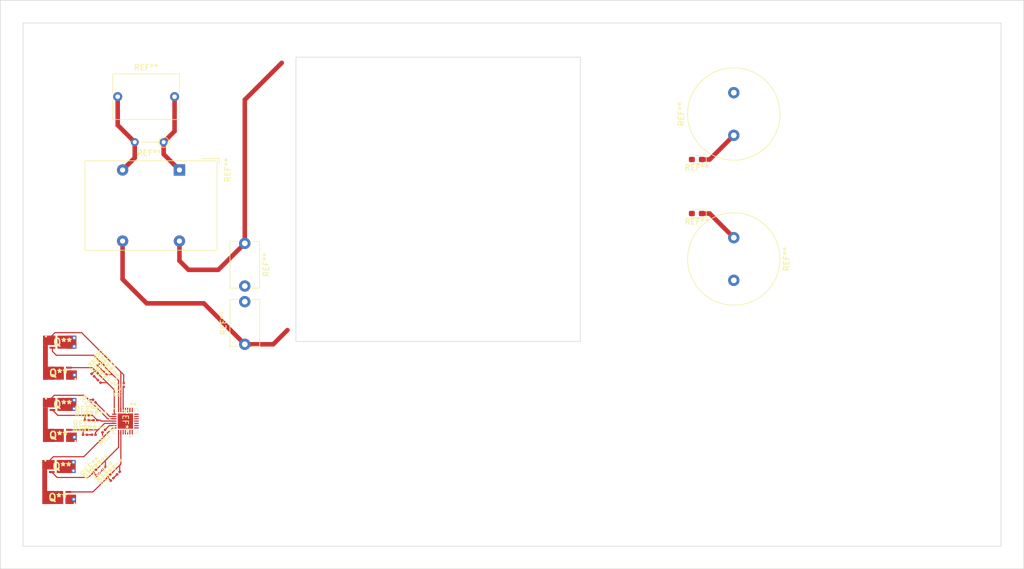
<source format=kicad_pcb>
(kicad_pcb (version 20221018) (generator pcbnew)
  (layers (0 "F.Cu" signal) (1 "In1.Cu" signal) (2 "In2.Cu" signal) (31 "B.Cu" signal) (34 "B.Paste" user) (35 "F.Paste" user) (36 "B.SilkS" user "B.Silkscreen") (37 "F.SilkS" user "F.Silkscreen") (38 "B.Mask" user) (39 "F.Mask" user) (44 "Edge.Cuts" user))
  (net 0 "")
  (footprint "Resistor_SMD:R_0201_0603Metric" (layer "F.Cu") (at 46.88 85.35 -45)
    (fp_text reference "REF**" (at 0 -1.05 135) (layer "F.SilkS"))
    (fp_text value "R_0201_0603Metric")
    (pad "1" smd roundrect (at -0.32 0 315) (size 0.46 0.4) (layers "F.Cu" "F.Mask"))
    (pad "2" smd roundrect (at 0.32 0 315) (size 0.46 0.4) (layers "F.Cu" "F.Mask"))
  )
  (footprint "BSZ060NE2LSATMA1:BSZ060NE2LSATMA1" (layer "F.Cu") (at 40.525 107.44)
    (fp_text reference "Q**" (at -0.388 0) (layer "F.SilkS") (effects (font (size 1.27 1.27) (thickness 0.254))))
    (fp_text value "BSZ060NE2LSATMA1" hide)
    (fp_line (start 2.5 1) (end 2.5 1) (stroke (width 0.2)) (layer "F.SilkS"))
    (fp_line (start 2.6 1) (end 2.6 1) (stroke (width 0.2)) (layer "F.SilkS"))
    (fp_line (start 2.6 1) (end 2.6 1) (stroke (width 0.2)) (layer "F.SilkS"))
    (fp_arc (start 2.5 1) (mid 2.55 0.95) (end 2.6 1) (stroke (width 0.2)) (layer "F.SilkS"))
    (fp_arc (start 2.5 1) (mid 2.55 0.95) (end 2.6 1) (stroke (width 0.2)) (layer "F.SilkS"))
    (fp_arc (start 2.6 1) (mid 2.55 1.05) (end 2.5 1) (stroke (width 0.2)) (layer "F.SilkS"))
    (pad "1" smd rect (at 1.675 0.975 90) (size 0.34 0.5) (layers "F.Cu" "F.Paste" "F.Mask"))
    (pad "2" smd rect (at 1.675 0.325 90) (size 0.34 0.5) (layers "F.Cu" "F.Paste" "F.Mask"))
    (pad "3" smd rect (at 1.675 -0.325 90) (size 0.34 0.5) (layers "F.Cu" "F.Paste" "F.Mask"))
    (pad "4" smd rect (at 1.425 -0.975 90) (size 0.34 1) (layers "F.Cu" "F.Paste" "F.Mask"))
    (pad "5" smd rect (at -1.575 -0.975 90) (size 0.34 0.8) (layers "F.Cu" "F.Paste" "F.Mask"))
    (pad "6" smd rect (at -1.575 -0.325 90) (size 0.34 0.8) (layers "F.Cu" "F.Paste" "F.Mask"))
    (pad "7" smd rect (at -1.575 0.325 90) (size 0.34 0.8) (layers "F.Cu" "F.Paste" "F.Mask"))
    (pad "8" smd rect (at -1.575 0.975 90) (size 0.34 0.8) (layers "F.Cu" "F.Paste" "F.Mask"))
    (pad "9" smd rect (at -0.32 0) (size 1.71 2.29) (layers "F.Cu" "F.Paste" "F.Mask"))
    (pad "10" smd rect (at 1.175 0.325) (size 0.5 1.64) (layers "F.Cu" "F.Paste" "F.Mask"))
  )
  (footprint "Diode_SMD:D_0201_0603Metric" (layer "F.Cu") (at 47.16 103.41 45)
    (fp_text reference "REF**" (at 0 -1.05 45) (layer "F.SilkS"))
    (fp_text value "D_0201_0603Metric")
    (fp_circle (center -0.86 0) (end -0.81 0) (stroke (width 0.1)) (fill none) (layer "F.SilkS"))
    (pad "1" smd roundrect (at -0.32 0 45) (size 0.46 0.4) (layers "F.Cu" "F.Mask"))
    (pad "2" smd roundrect (at 0.32 0 45) (size 0.46 0.4) (layers "F.Cu" "F.Mask"))
  )
  (footprint "Diode_SMD:D_0201_0603Metric" (layer "F.Cu") (at 49.67 104.25 45)
    (fp_text reference "REF**" (at 0 -1.05 45) (layer "F.SilkS"))
    (fp_text value "D_0201_0603Metric")
    (fp_circle (center -0.86 0) (end -0.81 0) (stroke (width 0.1)) (fill none) (layer "F.SilkS"))
    (pad "1" smd roundrect (at -0.32 0 45) (size 0.46 0.4) (layers "F.Cu" "F.Mask"))
    (pad "2" smd roundrect (at 0.32 0 45) (size 0.46 0.4) (layers "F.Cu" "F.Mask"))
  )
  (footprint "Resistor_SMD:R_0201_0603Metric" (layer "F.Cu") (at 44.8875 95.54)
    (fp_text reference "REF**" (at 0 -1.05) (layer "F.SilkS"))
    (fp_text value "R_0201_0603Metric")
    (pad "1" smd roundrect (at -0.32 0) (size 0.46 0.4) (layers "F.Cu" "F.Mask"))
    (pad "2" smd roundrect (at 0.32 0) (size 0.46 0.4) (layers "F.Cu" "F.Mask"))
  )
  (footprint "Capacitor_THT:C_Radial_D16.0mm_H25.0mm_P7.50mm" (layer "F.Cu") (at 159 61.75 -90)
    (fp_text reference "REF**" (at 3.75 -9.25 90) (layer "F.SilkS"))
    (fp_text value "C_Radial_D16.0mm_H25.0mm_P7.50mm")
    (fp_circle (center 3.75 0) (end 11.87 0) (stroke (width 0.12)) (fill none) (layer "F.SilkS"))
    (pad "1" thru_hole circle (at 0 0 270) (size 2 2) (drill 1) (layers "*.Cu" "*.Mask"))
    (pad "2" thru_hole circle (at 7.5 0 270) (size 2 2) (drill 1) (layers "*.Cu" "*.Mask"))
  )
  (footprint "Capacitor_SMD:C_0201_0603Metric" (layer "F.Cu") (at 51.7 87.65 90)
    (fp_text reference "REF**" (at 0 -1.05 90) (layer "F.SilkS"))
    (fp_text value "C_0201_0603Metric")
    (pad "1" smd roundrect (at -0.32 0 90) (size 0.46 0.4) (layers "F.Cu" "F.Mask"))
    (pad "2" smd roundrect (at 0.32 0 90) (size 0.46 0.4) (layers "F.Cu" "F.Mask"))
  )
  (footprint "BSZ060NE2LSATMA1:BSZ060NE2LSATMA1" (layer "F.Cu") (at 40.595 80.13 180)
    (fp_text reference "Q**" (at -0.388 0) (layer "F.SilkS") (effects (font (size 1.27 1.27) (thickness 0.254))))
    (fp_text value "BSZ060NE2LSATMA1" hide)
    (fp_line (start 2.5 1) (end 2.5 1) (stroke (width 0.2)) (layer "F.SilkS"))
    (fp_line (start 2.6 1) (end 2.6 1) (stroke (width 0.2)) (layer "F.SilkS"))
    (fp_line (start 2.6 1) (end 2.6 1) (stroke (width 0.2)) (layer "F.SilkS"))
    (fp_arc (start 2.5 1) (mid 2.55 0.95) (end 2.6 1) (stroke (width 0.2)) (layer "F.SilkS"))
    (fp_arc (start 2.5 1) (mid 2.55 0.95) (end 2.6 1) (stroke (width 0.2)) (layer "F.SilkS"))
    (fp_arc (start 2.6 1) (mid 2.55 1.05) (end 2.5 1) (stroke (width 0.2)) (layer "F.SilkS"))
    (pad "1" smd rect (at 1.675 0.975 270) (size 0.34 0.5) (layers "F.Cu" "F.Paste" "F.Mask"))
    (pad "2" smd rect (at 1.675 0.325 270) (size 0.34 0.5) (layers "F.Cu" "F.Paste" "F.Mask"))
    (pad "3" smd rect (at 1.675 -0.325 270) (size 0.34 0.5) (layers "F.Cu" "F.Paste" "F.Mask"))
    (pad "4" smd rect (at 1.425 -0.975 270) (size 0.34 1) (layers "F.Cu" "F.Paste" "F.Mask"))
    (pad "5" smd rect (at -1.575 -0.975 270) (size 0.34 0.8) (layers "F.Cu" "F.Paste" "F.Mask"))
    (pad "6" smd rect (at -1.575 -0.325 270) (size 0.34 0.8) (layers "F.Cu" "F.Paste" "F.Mask"))
    (pad "7" smd rect (at -1.575 0.325 270) (size 0.34 0.8) (layers "F.Cu" "F.Paste" "F.Mask"))
    (pad "8" smd rect (at -1.575 0.975 270) (size 0.34 0.8) (layers "F.Cu" "F.Paste" "F.Mask"))
    (pad "9" smd rect (at -0.32 0 180) (size 1.71 2.29) (layers "F.Cu" "F.Paste" "F.Mask"))
    (pad "10" smd rect (at 1.175 0.325 180) (size 0.5 1.64) (layers "F.Cu" "F.Paste" "F.Mask"))
  )
  (footprint "Diode_SMD:D_0201_0603Metric" (layer "F.Cu") (at 46.29 85.92 -45)
    (fp_text reference "REF**" (at 0 -1.05 135) (layer "F.SilkS"))
    (fp_text value "D_0201_0603Metric")
    (fp_circle (center -0.86 0) (end -0.81 0) (stroke (width 0.1)) (fill none) (layer "F.SilkS"))
    (pad "1" smd roundrect (at -0.32 0 315) (size 0.46 0.4) (layers "F.Cu" "F.Mask"))
    (pad "2" smd roundrect (at 0.32 0 315) (size 0.46 0.4) (layers "F.Cu" "F.Mask"))
  )
  (footprint "Resistor_SMD:R_0201_0603Metric" (layer "F.Cu") (at 50.77 103.15 45)
    (fp_text reference "REF**" (at 0 -1.05 45) (layer "F.SilkS"))
    (fp_text value "R_0201_0603Metric")
    (pad "1" smd roundrect (at -0.32 0 45) (size 0.46 0.4) (layers "F.Cu" "F.Mask"))
    (pad "2" smd roundrect (at 0.32 0 45) (size 0.46 0.4) (layers "F.Cu" "F.Mask"))
  )
  (footprint "Resistor_SMD:R_0201_0603Metric" (layer "F.Cu") (at 49.1 103.66 45)
    (fp_text reference "REF**" (at 0 -1.05 45) (layer "F.SilkS"))
    (fp_text value "R_0201_0603Metric")
    (pad "1" smd roundrect (at -0.32 0 45) (size 0.46 0.4) (layers "F.Cu" "F.Mask"))
    (pad "2" smd roundrect (at 0.32 0 45) (size 0.46 0.4) (layers "F.Cu" "F.Mask"))
  )
  (footprint "BSZ060NE2LSATMA1:BSZ060NE2LSATMA1" (layer "F.Cu") (at 40.645 85.58)
    (fp_text reference "Q**" (at -0.388 0) (layer "F.SilkS") (effects (font (size 1.27 1.27) (thickness 0.254))))
    (fp_text value "BSZ060NE2LSATMA1" hide)
    (fp_line (start 2.5 1) (end 2.5 1) (stroke (width 0.2)) (layer "F.SilkS"))
    (fp_line (start 2.6 1) (end 2.6 1) (stroke (width 0.2)) (layer "F.SilkS"))
    (fp_line (start 2.6 1) (end 2.6 1) (stroke (width 0.2)) (layer "F.SilkS"))
    (fp_arc (start 2.5 1) (mid 2.55 0.95) (end 2.6 1) (stroke (width 0.2)) (layer "F.SilkS"))
    (fp_arc (start 2.5 1) (mid 2.55 0.95) (end 2.6 1) (stroke (width 0.2)) (layer "F.SilkS"))
    (fp_arc (start 2.6 1) (mid 2.55 1.05) (end 2.5 1) (stroke (width 0.2)) (layer "F.SilkS"))
    (pad "1" smd rect (at 1.675 0.975 90) (size 0.34 0.5) (layers "F.Cu" "F.Paste" "F.Mask"))
    (pad "2" smd rect (at 1.675 0.325 90) (size 0.34 0.5) (layers "F.Cu" "F.Paste" "F.Mask"))
    (pad "3" smd rect (at 1.675 -0.325 90) (size 0.34 0.5) (layers "F.Cu" "F.Paste" "F.Mask"))
    (pad "4" smd rect (at 1.425 -0.975 90) (size 0.34 1) (layers "F.Cu" "F.Paste" "F.Mask"))
    (pad "5" smd rect (at -1.575 -0.975 90) (size 0.34 0.8) (layers "F.Cu" "F.Paste" "F.Mask"))
    (pad "6" smd rect (at -1.575 -0.325 90) (size 0.34 0.8) (layers "F.Cu" "F.Paste" "F.Mask"))
    (pad "7" smd rect (at -1.575 0.325 90) (size 0.34 0.8) (layers "F.Cu" "F.Paste" "F.Mask"))
    (pad "8" smd rect (at -1.575 0.975 90) (size 0.34 0.8) (layers "F.Cu" "F.Paste" "F.Mask"))
    (pad "9" smd rect (at -0.32 0) (size 1.71 2.29) (layers "F.Cu" "F.Paste" "F.Mask"))
    (pad "10" smd rect (at 1.175 0.325) (size 0.5 1.64) (layers "F.Cu" "F.Paste" "F.Mask"))
  )
  (footprint "Resistor_THT:R_Axial_DIN0204_L3.6mm_D1.6mm_P5.08mm_Vertical" (layer "F.Cu") (at 58.73 44.95 180)
    (fp_text reference "REF**" (at 2.54 -1.92) (layer "F.SilkS"))
    (fp_text value "R_Axial_DIN0204_L3.6mm_D1.6mm_P5.08mm_Vertical")
    (fp_line (start 0.92 0) (end 4.08 0) (stroke (width 0.12)) (layer "F.SilkS"))
    (fp_circle (center 0 0) (end 0.92 0) (stroke (width 0.12)) (fill none) (layer "F.SilkS"))
    (pad "1" thru_hole circle (at 0 0 180) (size 1.4 1.4) (drill 0.7) (layers "*.Cu" "*.Mask"))
    (pad "2" thru_hole oval (at 5.08 0 180) (size 1.4 1.4) (drill 0.7) (layers "*.Cu" "*.Mask"))
  )
  (footprint "Diode_SMD:D_0201_0603Metric" (layer "F.Cu") (at 44.8875 96.41)
    (fp_text reference "REF**" (at 0 -1.05) (layer "F.SilkS"))
    (fp_text value "D_0201_0603Metric")
    (fp_circle (center -0.86 0) (end -0.81 0) (stroke (width 0.1)) (fill none) (layer "F.SilkS"))
    (pad "1" smd roundrect (at -0.32 0) (size 0.46 0.4) (layers "F.Cu" "F.Mask"))
    (pad "2" smd roundrect (at 0.32 0) (size 0.46 0.4) (layers "F.Cu" "F.Mask"))
  )
  (footprint "Capacitor_SMD:C_0201_0603Metric" (layer "F.Cu") (at 48.2 95.76 -135)
    (fp_text reference "REF**" (at 0 -1.05 45) (layer "F.SilkS"))
    (fp_text value "C_0201_0603Metric")
    (pad "1" smd roundrect (at -0.32 0 225) (size 0.46 0.4) (layers "F.Cu" "F.Mask"))
    (pad "2" smd roundrect (at 0.32 0 225) (size 0.46 0.4) (layers "F.Cu" "F.Mask"))
  )
  (footprint "Resistor_SMD:R_0201_0603Metric" (layer "F.Cu") (at 46.59 102.82 45)
    (fp_text reference "REF**" (at 0 -1.05 45) (layer "F.SilkS"))
    (fp_text value "R_0201_0603Metric")
    (pad "1" smd roundrect (at -0.32 0 45) (size 0.46 0.4) (layers "F.Cu" "F.Mask"))
    (pad "2" smd roundrect (at 0.32 0 45) (size 0.46 0.4) (layers "F.Cu" "F.Mask"))
  )
  (footprint "Resistor_SMD:R_0201_0603Metric" (layer "F.Cu") (at 45.2 92.99)
    (fp_text reference "REF**" (at 0 -1.05) (layer "F.SilkS"))
    (fp_text value "R_0201_0603Metric")
    (pad "1" smd roundrect (at -0.32 0) (size 0.46 0.4) (layers "F.Cu" "F.Mask"))
    (pad "2" smd roundrect (at 0.32 0) (size 0.46 0.4) (layers "F.Cu" "F.Mask"))
  )
  (footprint "Capacitor_THT:C_Disc_D8.0mm_W5.0mm_P7.50mm" (layer "F.Cu") (at 73 62.75 -90)
    (fp_text reference "REF**" (at 3.75 -3.75 90) (layer "F.SilkS"))
    (fp_text value "C_Disc_D8.0mm_W5.0mm_P7.50mm")
    (fp_line (start -0.37 -2.62) (end -0.37 -1.256) (stroke (width 0.12)) (layer "F.SilkS"))
    (fp_line (start -0.37 -2.62) (end 7.87 -2.62) (stroke (width 0.12)) (layer "F.SilkS"))
    (fp_line (start -0.37 1.256) (end -0.37 2.62) (stroke (width 0.12)) (layer "F.SilkS"))
    (fp_line (start -0.37 2.62) (end 7.87 2.62) (stroke (width 0.12)) (layer "F.SilkS"))
    (fp_line (start 7.87 -2.62) (end 7.87 -1.256) (stroke (width 0.12)) (layer "F.SilkS"))
    (fp_line (start 7.87 1.256) (end 7.87 2.62) (stroke (width 0.12)) (layer "F.SilkS"))
    (pad "1" thru_hole circle (at 0 0 270) (size 2 2) (drill 1) (layers "*.Cu" "*.Mask"))
    (pad "2" thru_hole circle (at 7.5 0 270) (size 2 2) (drill 1) (layers "*.Cu" "*.Mask"))
  )
  (footprint "Capacitor_SMD:C_0201_0603Metric" (layer "F.Cu") (at 46.52 90.48 135)
    (fp_text reference "REF**" (at 0 -1.05 135) (layer "F.SilkS"))
    (fp_text value "C_0201_0603Metric")
    (pad "1" smd roundrect (at -0.32 0 135) (size 0.46 0.4) (layers "F.Cu" "F.Mask"))
    (pad "2" smd roundrect (at 0.32 0 135) (size 0.46 0.4) (layers "F.Cu" "F.Mask"))
  )
  (footprint "Capacitor_THT:C_Rect_L11.5mm_W7.8mm_P10.00mm_MKT" (layer "F.Cu") (at 50.65 36.95)
    (fp_text reference "REF**" (at 5 -5.15) (layer "F.SilkS"))
    (fp_text value "C_Rect_L11.5mm_W7.8mm_P10.00mm_MKT")
    (fp_line (start -0.87 -4.02) (end -0.87 -0.665) (stroke (width 0.12)) (layer "F.SilkS"))
    (fp_line (start -0.87 -4.02) (end 10.87 -4.02) (stroke (width 0.12)) (layer "F.SilkS"))
    (fp_line (start -0.87 0.665) (end -0.87 4.02) (stroke (width 0.12)) (layer "F.SilkS"))
    (fp_line (start -0.87 4.02) (end 10.87 4.02) (stroke (width 0.12)) (layer "F.SilkS"))
    (fp_line (start 10.87 -4.02) (end 10.87 -0.665) (stroke (width 0.12)) (layer "F.SilkS"))
    (fp_line (start 10.87 0.665) (end 10.87 4.02) (stroke (width 0.12)) (layer "F.SilkS"))
    (pad "1" thru_hole circle (at 0 0) (size 1.6 1.6) (drill 0.8) (layers "*.Cu" "*.Mask"))
    (pad "2" thru_hole circle (at 10 0) (size 1.6 1.6) (drill 0.8) (layers "*.Cu" "*.Mask"))
  )
  (footprint "Inductor_THT:Choke_Schaffner_RN216-04-15.5x23.0mm" (layer "F.Cu") (at 61.5075 49.8425 -90)
    (fp_text reference "REF**" (at 0 -8.5 90) (layer "F.SilkS"))
    (fp_text value "Choke_Schaffner_RN216-04-15.5x23.0mm")
    (fp_line (start -2 -7) (end -2 -4) (stroke (width 0.12)) (layer "F.SilkS"))
    (fp_line (start -2 -7) (end -1 -7) (stroke (width 0.12)) (layer "F.SilkS"))
    (fp_line (start -1.62 -6.62) (end 14.12 -6.62) (stroke (width 0.12)) (layer "F.SilkS"))
    (fp_line (start -1.62 16.62) (end -1.62 -6.62) (stroke (width 0.12)) (layer "F.SilkS"))
    (fp_line (start 14.12 -6.62) (end 14.12 16.62) (stroke (width 0.12)) (layer "F.SilkS"))
    (fp_line (start 14.12 16.62) (end -1.62 16.62) (stroke (width 0.12)) (layer "F.SilkS"))
    (pad "1" thru_hole rect (at 0 0 270) (size 2 2) (drill 0.9) (layers "*.Cu" "*.Mask"))
    (pad "2" thru_hole circle (at 12.5 0 270) (size 2 2) (drill 0.9) (layers "*.Cu" "*.Mask"))
    (pad "3" thru_hole circle (at 0 10 270) (size 2 2) (drill 0.9) (layers "*.Cu" "*.Mask"))
    (pad "4" thru_hole circle (at 12.5 10 270) (size 2 2) (drill 0.9) (layers "*.Cu" "*.Mask"))
  )
  (footprint "Capacitor_THT:C_Radial_D16.0mm_H25.0mm_P7.50mm" (layer "F.Cu") (at 159 43.75 90)
    (fp_text reference "REF**" (at 3.75 -9.25 90) (layer "F.SilkS"))
    (fp_text value "C_Radial_D16.0mm_H25.0mm_P7.50mm")
    (fp_circle (center 3.75 0) (end 11.87 0) (stroke (width 0.12)) (fill none) (layer "F.SilkS"))
    (pad "1" thru_hole circle (at 0 0 90) (size 2 2) (drill 1) (layers "*.Cu" "*.Mask"))
    (pad "2" thru_hole circle (at 7.5 0 90) (size 2 2) (drill 1) (layers "*.Cu" "*.Mask"))
  )
  (footprint "BSZ060NE2LSATMA1:BSZ060NE2LSATMA1" (layer "F.Cu") (at 40.645 96.52)
    (fp_text reference "Q**" (at -0.388 0) (layer "F.SilkS") (effects (font (size 1.27 1.27) (thickness 0.254))))
    (fp_text value "BSZ060NE2LSATMA1" hide)
    (fp_line (start 2.5 1) (end 2.5 1) (stroke (width 0.2)) (layer "F.SilkS"))
    (fp_line (start 2.6 1) (end 2.6 1) (stroke (width 0.2)) (layer "F.SilkS"))
    (fp_line (start 2.6 1) (end 2.6 1) (stroke (width 0.2)) (layer "F.SilkS"))
    (fp_arc (start 2.5 1) (mid 2.55 0.95) (end 2.6 1) (stroke (width 0.2)) (layer "F.SilkS"))
    (fp_arc (start 2.5 1) (mid 2.55 0.95) (end 2.6 1) (stroke (width 0.2)) (layer "F.SilkS"))
    (fp_arc (start 2.6 1) (mid 2.55 1.05) (end 2.5 1) (stroke (width 0.2)) (layer "F.SilkS"))
    (pad "1" smd rect (at 1.675 0.975 90) (size 0.34 0.5) (layers "F.Cu" "F.Paste" "F.Mask"))
    (pad "2" smd rect (at 1.675 0.325 90) (size 0.34 0.5) (layers "F.Cu" "F.Paste" "F.Mask"))
    (pad "3" smd rect (at 1.675 -0.325 90) (size 0.34 0.5) (layers "F.Cu" "F.Paste" "F.Mask"))
    (pad "4" smd rect (at 1.425 -0.975 90) (size 0.34 1) (layers "F.Cu" "F.Paste" "F.Mask"))
    (pad "5" smd rect (at -1.575 -0.975 90) (size 0.34 0.8) (layers "F.Cu" "F.Paste" "F.Mask"))
    (pad "6" smd rect (at -1.575 -0.325 90) (size 0.34 0.8) (layers "F.Cu" "F.Paste" "F.Mask"))
    (pad "7" smd rect (at -1.575 0.325 90) (size 0.34 0.8) (layers "F.Cu" "F.Paste" "F.Mask"))
    (pad "8" smd rect (at -1.575 0.975 90) (size 0.34 0.8) (layers "F.Cu" "F.Paste" "F.Mask"))
    (pad "9" smd rect (at -0.32 0) (size 1.71 2.29) (layers "F.Cu" "F.Paste" "F.Mask"))
    (pad "10" smd rect (at 1.175 0.325) (size 0.5 1.64) (layers "F.Cu" "F.Paste" "F.Mask"))
  )
  (footprint "BSZ060NE2LSATMA1:BSZ060NE2LSATMA1" (layer "F.Cu") (at 40.595 91.07 180)
    (fp_text reference "Q**" (at -0.388 0) (layer "F.SilkS") (effects (font (size 1.27 1.27) (thickness 0.254))))
    (fp_text value "BSZ060NE2LSATMA1" hide)
    (fp_line (start 2.5 1) (end 2.5 1) (stroke (width 0.2)) (layer "F.SilkS"))
    (fp_line (start 2.6 1) (end 2.6 1) (stroke (width 0.2)) (layer "F.SilkS"))
    (fp_line (start 2.6 1) (end 2.6 1) (stroke (width 0.2)) (layer "F.SilkS"))
    (fp_arc (start 2.5 1) (mid 2.55 0.95) (end 2.6 1) (stroke (width 0.2)) (layer "F.SilkS"))
    (fp_arc (start 2.5 1) (mid 2.55 0.95) (end 2.6 1) (stroke (width 0.2)) (layer "F.SilkS"))
    (fp_arc (start 2.6 1) (mid 2.55 1.05) (end 2.5 1) (stroke (width 0.2)) (layer "F.SilkS"))
    (pad "1" smd rect (at 1.675 0.975 270) (size 0.34 0.5) (layers "F.Cu" "F.Paste" "F.Mask"))
    (pad "2" smd rect (at 1.675 0.325 270) (size 0.34 0.5) (layers "F.Cu" "F.Paste" "F.Mask"))
    (pad "3" smd rect (at 1.675 -0.325 270) (size 0.34 0.5) (layers "F.Cu" "F.Paste" "F.Mask"))
    (pad "4" smd rect (at 1.425 -0.975 270) (size 0.34 1) (layers "F.Cu" "F.Paste" "F.Mask"))
    (pad "5" smd rect (at -1.575 -0.975 270) (size 0.34 0.8) (layers "F.Cu" "F.Paste" "F.Mask"))
    (pad "6" smd rect (at -1.575 -0.325 270) (size 0.34 0.8) (layers "F.Cu" "F.Paste" "F.Mask"))
    (pad "7" smd rect (at -1.575 0.325 270) (size 0.34 0.8) (layers "F.Cu" "F.Paste" "F.Mask"))
    (pad "8" smd rect (at -1.575 0.975 270) (size 0.34 0.8) (layers "F.Cu" "F.Paste" "F.Mask"))
    (pad "9" smd rect (at -0.32 0 180) (size 1.71 2.29) (layers "F.Cu" "F.Paste" "F.Mask"))
    (pad "10" smd rect (at 1.175 0.325 180) (size 0.5 1.64) (layers "F.Cu" "F.Paste" "F.Mask"))
  )
  (footprint "BSZ060NE2LSATMA1:BSZ060NE2LSATMA1" (layer "F.Cu") (at 40.475 101.99 180)
    (fp_text reference "Q**" (at -0.388 0) (layer "F.SilkS") (effects (font (size 1.27 1.27) (thickness 0.254))))
    (fp_text value "BSZ060NE2LSATMA1" hide)
    (fp_line (start 2.5 1) (end 2.5 1) (stroke (width 0.2)) (layer "F.SilkS"))
    (fp_line (start 2.6 1) (end 2.6 1) (stroke (width 0.2)) (layer "F.SilkS"))
    (fp_line (start 2.6 1) (end 2.6 1) (stroke (width 0.2)) (layer "F.SilkS"))
    (fp_arc (start 2.5 1) (mid 2.55 0.95) (end 2.6 1) (stroke (width 0.2)) (layer "F.SilkS"))
    (fp_arc (start 2.5 1) (mid 2.55 0.95) (end 2.6 1) (stroke (width 0.2)) (layer "F.SilkS"))
    (fp_arc (start 2.6 1) (mid 2.55 1.05) (end 2.5 1) (stroke (width 0.2)) (layer "F.SilkS"))
    (pad "1" smd rect (at 1.675 0.975 270) (size 0.34 0.5) (layers "F.Cu" "F.Paste" "F.Mask"))
    (pad "2" smd rect (at 1.675 0.325 270) (size 0.34 0.5) (layers "F.Cu" "F.Paste" "F.Mask"))
    (pad "3" smd rect (at 1.675 -0.325 270) (size 0.34 0.5) (layers "F.Cu" "F.Paste" "F.Mask"))
    (pad "4" smd rect (at 1.425 -0.975 270) (size 0.34 1) (layers "F.Cu" "F.Paste" "F.Mask"))
    (pad "5" smd rect (at -1.575 -0.975 270) (size 0.34 0.8) (layers "F.Cu" "F.Paste" "F.Mask"))
    (pad "6" smd rect (at -1.575 -0.325 270) (size 0.34 0.8) (layers "F.Cu" "F.Paste" "F.Mask"))
    (pad "7" smd rect (at -1.575 0.325 270) (size 0.34 0.8) (layers "F.Cu" "F.Paste" "F.Mask"))
    (pad "8" smd rect (at -1.575 0.975 270) (size 0.34 0.8) (layers "F.Cu" "F.Paste" "F.Mask"))
    (pad "9" smd rect (at -0.32 0 180) (size 1.71 2.29) (layers "F.Cu" "F.Paste" "F.Mask"))
    (pad "10" smd rect (at 1.175 0.325 180) (size 0.5 1.64) (layers "F.Cu" "F.Paste" "F.Mask"))
  )
  (footprint "Diode_SMD:D_0603_1608Metric_Pad1.05x0.95mm_HandSolder" (layer "F.Cu") (at 152.5 48 180)
    (fp_text reference "REF**" (at 0 -1.43) (layer "F.SilkS"))
    (fp_text value "D_0603_1608Metric_Pad1.05x0.95mm_HandSolder")
    (fp_line (start -1.66 -0.735) (end -1.66 0.735) (stroke (width 0.12)) (layer "F.SilkS"))
    (fp_line (start -1.66 0.735) (end 0.8 0.735) (stroke (width 0.12)) (layer "F.SilkS"))
    (fp_line (start 0.8 -0.735) (end -1.66 -0.735) (stroke (width 0.12)) (layer "F.SilkS"))
    (pad "1" smd roundrect (at -0.875 0 180) (size 1.05 0.95) (layers "F.Cu" "F.Paste" "F.Mask"))
    (pad "2" smd roundrect (at 0.875 0 180) (size 1.05 0.95) (layers "F.Cu" "F.Paste" "F.Mask"))
  )
  (footprint "Resistor_SMD:R_0201_0603Metric" (layer "F.Cu") (at 46.4275 96.4)
    (fp_text reference "REF**" (at 0 -1.05) (layer "F.SilkS"))
    (fp_text value "R_0201_0603Metric")
    (pad "1" smd roundrect (at -0.32 0) (size 0.46 0.4) (layers "F.Cu" "F.Mask"))
    (pad "2" smd roundrect (at 0.32 0) (size 0.46 0.4) (layers "F.Cu" "F.Mask"))
  )
  (footprint "Resistor_SMD:R_0201_0603Metric" (layer "F.Cu") (at 47.9 83.92 -45)
    (fp_text reference "REF**" (at 0 -1.05 135) (layer "F.SilkS"))
    (fp_text value "R_0201_0603Metric")
    (pad "1" smd roundrect (at -0.32 0 315) (size 0.46 0.4) (layers "F.Cu" "F.Mask"))
    (pad "2" smd roundrect (at 0.32 0 315) (size 0.46 0.4) (layers "F.Cu" "F.Mask"))
  )
  (footprint "Resistor_SMD:R_0201_0603Metric" (layer "F.Cu") (at 48.41 85.59 -45)
    (fp_text reference "REF**" (at 0 -1.05 135) (layer "F.SilkS"))
    (fp_text value "R_0201_0603Metric")
    (pad "1" smd roundrect (at -0.32 0 315) (size 0.46 0.4) (layers "F.Cu" "F.Mask"))
    (pad "2" smd roundrect (at 0.32 0 315) (size 0.46 0.4) (layers "F.Cu" "F.Mask"))
  )
  (footprint "Resistor_SMD:R_0201_0603Metric" (layer "F.Cu") (at 46.74 93.85)
    (fp_text reference "REF**" (at 0 -1.05) (layer "F.SilkS"))
    (fp_text value "R_0201_0603Metric")
    (pad "1" smd roundrect (at -0.32 0) (size 0.46 0.4) (layers "F.Cu" "F.Mask"))
    (pad "2" smd roundrect (at 0.32 0) (size 0.46 0.4) (layers "F.Cu" "F.Mask"))
  )
  (footprint "drv8328:RUY0028A_WQFN_TEX" (layer "F.Cu") (at 52 94 -90)
    (fp_text reference "REF**" (at 0 0 -90 unlocked) (layer "F.SilkS"))
    (fp_text value "RUY0028A_WQFN_TEX")
    (fp_text user "*" (at -2.984501 -1.4 -270) (layer "F.SilkS"))
    (fp_text user "*" (at -2.984501 -1.4 -90 unlocked) (layer "F.SilkS"))
    (fp_line (start -2.1717 -2.1717) (end -2.1717 -1.63434) (stroke (width 0.1524)) (layer "F.SilkS"))
    (fp_line (start -2.1717 1.63434) (end -2.1717 2.1717) (stroke (width 0.1524)) (layer "F.SilkS"))
    (fp_line (start -2.1717 2.1717) (end -1.63434 2.1717) (stroke (width 0.1524)) (layer "F.SilkS"))
    (fp_line (start -1.63434 -2.1717) (end -2.1717 -2.1717) (stroke (width 0.1524)) (layer "F.SilkS"))
    (fp_line (start 1.63434 2.1717) (end 2.1717 2.1717) (stroke (width 0.1524)) (layer "F.SilkS"))
    (fp_line (start 2.1717 -2.1717) (end 1.63434 -2.1717) (stroke (width 0.1524)) (layer "F.SilkS"))
    (fp_line (start 2.1717 -1.63434) (end 2.1717 -2.1717) (stroke (width 0.1524)) (layer "F.SilkS"))
    (fp_line (start 2.1717 2.1717) (end 2.1717 1.63434) (stroke (width 0.1524)) (layer "F.SilkS"))
    (fp_poly (pts (xy -0.590499 2.6035) (xy -0.590499 2.8575) (xy -0.209499 2.8575) (xy -0.209499 2.6035)) (fill solid) (layer "F.SilkS"))
    (fp_poly (pts (xy 2.8575 -0.990501) (xy 2.8575 -0.609501) (xy 2.6035 -0.609501) (xy 2.6035 -0.990501)) (fill solid) (layer "F.SilkS"))
    (pad "1" smd rect (at -1.9471 -1.2) (size 0.2032 0.8048) (layers "F.Cu" "F.Paste" "F.Mask"))
    (pad "2" smd rect (at -1.9471 -0.800001) (size 0.2032 0.8048) (layers "F.Cu" "F.Paste" "F.Mask"))
    (pad "3" smd rect (at -1.9471 -0.399999) (size 0.2032 0.8048) (layers "F.Cu" "F.Paste" "F.Mask"))
    (pad "4" smd rect (at -1.9471 0) (size 0.2032 0.8048) (layers "F.Cu" "F.Paste" "F.Mask"))
    (pad "5" smd rect (at -1.9471 0.399999) (size 0.2032 0.8048) (layers "F.Cu" "F.Paste" "F.Mask"))
    (pad "6" smd rect (at -1.9471 0.800001) (size 0.2032 0.8048) (layers "F.Cu" "F.Paste" "F.Mask"))
    (pad "7" smd rect (at -1.9471 1.2) (size 0.2032 0.8048) (layers "F.Cu" "F.Paste" "F.Mask"))
    (pad "8" smd rect (at -1.2 1.9471 270) (size 0.2032 0.8048) (layers "F.Cu" "F.Paste" "F.Mask"))
    (pad "9" smd rect (at -0.800001 1.9471 270) (size 0.2032 0.8048) (layers "F.Cu" "F.Paste" "F.Mask"))
    (pad "10" smd rect (at -0.399999 1.9471 270) (size 0.2032 0.8048) (layers "F.Cu" "F.Paste" "F.Mask"))
    (pad "11" smd rect (at 0 1.9471 270) (size 0.2032 0.8048) (layers "F.Cu" "F.Paste" "F.Mask"))
    (pad "12" smd rect (at 0.399999 1.9471 270) (size 0.2032 0.8048) (layers "F.Cu" "F.Paste" "F.Mask"))
    (pad "13" smd rect (at 0.800001 1.9471 270) (size 0.2032 0.8048) (layers "F.Cu" "F.Paste" "F.Mask"))
    (pad "14" smd rect (at 1.2 1.9471 270) (size 0.2032 0.8048) (layers "F.Cu" "F.Paste" "F.Mask"))
    (pad "15" smd rect (at 1.9471 1.2) (size 0.2032 0.8048) (layers "F.Cu" "F.Paste" "F.Mask"))
    (pad "16" smd rect (at 1.9471 0.800001) (size 0.2032 0.8048) (layers "F.Cu" "F.Paste" "F.Mask"))
    (pad "17" smd rect (at 1.9471 0.399999) (size 0.2032 0.8048) (layers "F.Cu" "F.Paste" "F.Mask"))
    (pad "18" smd rect (at 1.9471 0) (size 0.2032 0.8048) (layers "F.Cu" "F.Paste" "F.Mask"))
    (pad "19" smd rect (at 1.9471 -0.399999) (size 0.2032 0.8048) (layers "F.Cu" "F.Paste" "F.Mask"))
    (pad "20" smd rect (at 1.9471 -0.800001) (size 0.2032 0.8048) (layers "F.Cu" "F.Paste" "F.Mask"))
    (pad "21" smd rect (at 1.9471 -1.2) (size 0.2032 0.8048) (layers "F.Cu" "F.Paste" "F.Mask"))
    (pad "22" smd rect (at 1.2 -1.9471 270) (size 0.2032 0.8048) (layers "F.Cu" "F.Paste" "F.Mask"))
    (pad "23" smd rect (at 0.800001 -1.9471 270) (size 0.2032 0.8048) (layers "F.Cu" "F.Paste" "F.Mask"))
    (pad "24" smd rect (at 0.399999 -1.9471 270) (size 0.2032 0.8048) (layers "F.Cu" "F.Paste" "F.Mask"))
    (pad "25" smd rect (at 0 -1.9471 270) (size 0.2032 0.8048) (layers "F.Cu" "F.Paste" "F.Mask"))
    (pad "26" smd rect (at -0.399999 -1.9471 270) (size 0.2032 0.8048) (layers "F.Cu" "F.Paste" "F.Mask"))
    (pad "27" smd rect (at -0.800001 -1.9471 270) (size 0.2032 0.8048) (layers "F.Cu" "F.Paste" "F.Mask"))
    (pad "28" smd rect (at -1.2 -1.9471 270) (size 0.2032 0.8048) (layers "F.Cu" "F.Paste" "F.Mask"))
    (pad "29" smd rect (at 0 0 270) (size 2.6924 2.6924) (layers "F.Cu" "F.Mask"))
  )
  (footprint "Resistor_SMD:R_0201_0603Metric" (layer "F.Cu") (at 47.39 87.02 -45)
    (fp_text reference "REF**" (at 0 -1.05 135) (layer "F.SilkS"))
    (fp_text value "R_0201_0603Metric")
    (pad "1" smd roundrect (at -0.32 0 315) (size 0.46 0.4) (layers "F.Cu" "F.Mask"))
    (pad "2" smd roundrect (at 0.32 0 315) (size 0.46 0.4) (layers "F.Cu" "F.Mask"))
  )
  (footprint "Capacitor_THT:C_Disc_D8.0mm_W5.0mm_P7.50mm" (layer "F.Cu") (at 73 80.5 90)
    (fp_text reference "REF**" (at 3.75 -3.75 90) (layer "F.SilkS"))
    (fp_text value "C_Disc_D8.0mm_W5.0mm_P7.50mm")
    (fp_line (start -0.37 -2.62) (end -0.37 -1.256) (stroke (width 0.12)) (layer "F.SilkS"))
    (fp_line (start -0.37 -2.62) (end 7.87 -2.62) (stroke (width 0.12)) (layer "F.SilkS"))
    (fp_line (start -0.37 1.256) (end -0.37 2.62) (stroke (width 0.12)) (layer "F.SilkS"))
    (fp_line (start -0.37 2.62) (end 7.87 2.62) (stroke (width 0.12)) (layer "F.SilkS"))
    (fp_line (start 7.87 -2.62) (end 7.87 -1.256) (stroke (width 0.12)) (layer "F.SilkS"))
    (fp_line (start 7.87 1.256) (end 7.87 2.62) (stroke (width 0.12)) (layer "F.SilkS"))
    (pad "1" thru_hole circle (at 0 0 90) (size 2 2) (drill 1) (layers "*.Cu" "*.Mask"))
    (pad "2" thru_hole circle (at 7.5 0 90) (size 2 2) (drill 1) (layers "*.Cu" "*.Mask"))
  )
  (footprint "Diode_SMD:D_0201_0603Metric" (layer "F.Cu") (at 45.2 93.86)
    (fp_text reference "REF**" (at 0 -1.05) (layer "F.SilkS"))
    (fp_text value "D_0201_0603Metric")
    (fp_circle (center -0.86 0) (end -0.81 0) (stroke (width 0.1)) (fill none) (layer "F.SilkS"))
    (pad "1" smd roundrect (at -0.32 0) (size 0.46 0.4) (layers "F.Cu" "F.Mask"))
    (pad "2" smd roundrect (at 0.32 0) (size 0.46 0.4) (layers "F.Cu" "F.Mask"))
  )
  (footprint "Diode_SMD:D_0201_0603Metric" (layer "F.Cu") (at 47.31 84.49 -45)
    (fp_text reference "REF**" (at 0 -1.05 135) (layer "F.SilkS"))
    (fp_text value "D_0201_0603Metric")
    (fp_circle (center -0.86 0) (end -0.81 0) (stroke (width 0.1)) (fill none) (layer "F.SilkS"))
    (pad "1" smd roundrect (at -0.32 0 315) (size 0.46 0.4) (layers "F.Cu" "F.Mask"))
    (pad "2" smd roundrect (at 0.32 0 315) (size 0.46 0.4) (layers "F.Cu" "F.Mask"))
  )
  (footprint "Resistor_SMD:R_0201_0603Metric" (layer "F.Cu") (at 48.26 102.31 45)
    (fp_text reference "REF**" (at 0 -1.05 45) (layer "F.SilkS"))
    (fp_text value "R_0201_0603Metric")
    (pad "1" smd roundrect (at -0.32 0 45) (size 0.46 0.4) (layers "F.Cu" "F.Mask"))
    (pad "2" smd roundrect (at 0.32 0 45) (size 0.46 0.4) (layers "F.Cu" "F.Mask"))
  )
  (footprint "Diode_SMD:D_0603_1608Metric_Pad1.05x0.95mm_HandSolder" (layer "F.Cu") (at 152.5 57.5 180)
    (fp_text reference "REF**" (at 0 -1.43) (layer "F.SilkS"))
    (fp_text value "D_0603_1608Metric_Pad1.05x0.95mm_HandSolder")
    (fp_line (start -1.66 -0.735) (end -1.66 0.735) (stroke (width 0.12)) (layer "F.SilkS"))
    (fp_line (start -1.66 0.735) (end 0.8 0.735) (stroke (width 0.12)) (layer "F.SilkS"))
    (fp_line (start 0.8 -0.735) (end -1.66 -0.735) (stroke (width 0.12)) (layer "F.SilkS"))
    (pad "1" smd roundrect (at -0.875 0 180) (size 1.05 0.95) (layers "F.Cu" "F.Paste" "F.Mask"))
    (pad "2" smd roundrect (at 0.875 0 180) (size 1.05 0.95) (layers "F.Cu" "F.Paste" "F.Mask"))
  )
  (gr_rect (start 37.51 78.97) (end 39.67 80.62) (fill solid) (layer "F.Cu"))
  (gr_rect (start 37.5 91.57) (end 38.36 97.68) (fill solid) (layer "F.Cu"))
  (gr_rect (start 37.69 84.43) (end 39.48 86.73) (fill solid) (layer "F.Cu"))
  (gr_rect (start 41.61 100.84) (end 43.26 103.14) (fill solid) (layer "F.Cu"))
  (gr_rect (start 41.92 106.95) (end 43.33 108.59) (fill solid) (layer "F.Cu"))
  (gr_rect (start 37.38 102.49) (end 38.24 108.6) (fill solid) (layer "F.Cu"))
  (gr_rect (start 41.73 89.92) (end 43.38 92.22) (fill solid) (layer "F.Cu"))
  (gr_rect (start 41.74 78.98) (end 43.39 81.28) (fill solid) (layer "F.Cu"))
  (gr_rect (start 37.51 80.63) (end 38.37 86.74) (fill solid) (layer "F.Cu"))
  (gr_rect (start 37.56 106.29) (end 39.35 108.59) (fill solid) (layer "F.Cu"))
  (gr_rect (start 37.49 89.93) (end 39.65 91.58) (fill solid) (layer "F.Cu"))
  (gr_rect (start 37.68 95.37) (end 39.47 97.67) (fill solid) (layer "F.Cu"))
  (gr_rect (start 42.05 85.09) (end 43.46 86.73) (fill solid) (layer "F.Cu"))
  (gr_rect (start 37.37 100.85) (end 39.53 102.5) (fill solid) (layer "F.Cu"))
  (gr_rect (start 42.04 96.03) (end 43.45 97.67) (fill solid) (layer "F.Cu"))
  (gr_rect (start 34 24) (end 206 116) (stroke (width 0.1)) (fill none) (layer "Edge.Cuts"))
  (gr_rect (start 82 30) (end 132 80) (stroke (width 0.1)) (fill none) (layer "Edge.Cuts"))
  (gr_rect (start 30 20) (end 210 120) (stroke (width 0.1)) (fill none) (layer "Edge.Cuts"))
  (segment (start 38.8 101.015) (end 38.8 100.8) (width 0.2) (layer "F.Cu") (net 0))
  (segment (start 45.5 103.91) (end 46.363726 103.046274) (width 0.2) (layer "F.Cu") (net 0))
  (segment (start 46.293726 90.253726) (end 45.543726 90.253726) (width 0.2) (layer "F.Cu") (net 0))
  (segment (start 46.653726 85.123726) (end 46.653726 85.103726) (width 0.2) (layer "F.Cu") (net 0))
  (segment (start 47.103726 84.263726) (end 47.673726 83.693726) (width 0.2) (layer "F.Cu") (net 0))
  (segment (start 78 80.5) (end 80.5 78) (width 0.8) (layer "F.Cu") (net 0))
  (segment (start 46.826274 102.593726) (end 49.035 100.385) (width 0.2) (layer "F.Cu") (net 0))
  (segment (start 45.105 89.815) (end 44.76 89.47) (width 0.2) (layer "F.Cu") (net 0))
  (segment (start 50.996274 101.763726) (end 51.199999 101.560001) (width 0.2) (layer "F.Cu") (net 0))
  (segment (start 49.896274 104.023726) (end 50.543726 103.376274) (width 0.2) (layer "F.Cu") (net 0))
  (segment (start 47.2075 95.54) (end 45.2075 95.54) (width 0.2) (layer "F.Cu") (net 0))
  (segment (start 45.543726 90.253726) (end 45.105 89.815) (width 0.2) (layer "F.Cu") (net 0))
  (segment (start 154.75 57.5) (end 159 61.75) (width 0.8) (layer "F.Cu") (net 0))
  (segment (start 46.516274 86.146274) (end 47.163726 86.793726) (width 0.2) (layer "F.Cu") (net 0))
  (segment (start 50.65 41.95) (end 53.65 44.95) (width 0.8) (layer "F.Cu") (net 0))
  (segment (start 38.8 100.8) (end 39.33 100.27) (width 0.2) (layer "F.Cu") (net 0))
  (segment (start 46.41 82.43) (end 47.673726 83.693726) (width 0.2) (layer "F.Cu") (net 0))
  (segment (start 50.65 36.95) (end 50.65 41.95) (width 0.8) (layer "F.Cu") (net 0))
  (segment (start 47.123726 86.743726) (end 47.113726 86.743726) (width 0.2) (layer "F.Cu") (net 0))
  (segment (start 46.0975 96.41) (end 46.1075 96.4) (width 0.2) (layer "F.Cu") (net 0))
  (segment (start 46.7475 96.4) (end 46.7475 96) (width 0.2) (layer "F.Cu") (net 0))
  (segment (start 39.625 78.45) (end 38.92 79.155) (width 0.2) (layer "F.Cu") (net 0))
  (segment (start 46.7475 96) (end 47.2075 95.54) (width 0.2) (layer "F.Cu") (net 0))
  (segment (start 47.106274 85.576274) (end 49.105 87.575) (width 0.2) (layer "F.Cu") (net 0))
  (segment (start 51.7 87.33) (end 51.7 85.85) (width 0.2) (layer "F.Cu") (net 0))
  (segment (start 50.8 86.89) (end 50.8 92.0529) (width 0.2) (layer "F.Cu") (net 0))
  (segment (start 51.600001 88.069999) (end 51.600001 92.0529) (width 0.2) (layer "F.Cu") (net 0))
  (segment (start 50.0529 88.5229) (end 50.0529 92.8) (width 0.2) (layer "F.Cu") (net 0))
  (segment (start 44.68 100.27) (end 48.15 96.8) (width 0.2) (layer "F.Cu") (net 0))
  (segment (start 61.5075 65.8075) (end 63.1 67.4) (width 0.8) (layer "F.Cu") (net 0))
  (segment (start 153.375 57.5) (end 154.75 57.5) (width 0.8) (layer "F.Cu") (net 0))
  (segment (start 40.125 93) (end 39.17 92.045) (width 0.2) (layer "F.Cu") (net 0))
  (segment (start 42.19 107.765) (end 42.475 107.765) (width 0.2) (layer "F.Cu") (net 0))
  (segment (start 44.3 78.45) (end 39.625 78.45) (width 0.2) (layer "F.Cu") (net 0))
  (segment (start 55.75 73.3) (end 65.8 73.3) (width 0.8) (layer "F.Cu") (net 0))
  (segment (start 68.35 67.4) (end 73 62.75) (width 0.8) (layer "F.Cu") (net 0))
  (segment (start 51.5075 69.0575) (end 55.75 73.3) (width 0.8) (layer "F.Cu") (net 0))
  (segment (start 63.1 67.4) (end 68.35 67.4) (width 0.8) (layer "F.Cu") (net 0))
  (segment (start 46.083726 85.693726) (end 46.653726 85.123726) (width 0.2) (layer "F.Cu") (net 0))
  (segment (start 154.75 48) (end 159 43.75) (width 0.8) (layer "F.Cu") (net 0))
  (segment (start 50.996274 102.923726) (end 50.996274 101.763726) (width 0.2) (layer "F.Cu") (net 0))
  (segment (start 47.536274 84.716274) (end 48.183726 85.363726) (width 0.2) (layer "F.Cu") (net 0))
  (segment (start 44.87 93) (end 40.125 93) (width 0.2) (layer "F.Cu") (net 0))
  (segment (start 47.386274 103.183726) (end 48.033726 102.536274) (width 0.2) (layer "F.Cu") (net 0))
  (segment (start 48.776274 87.246274) (end 49.105 87.575) (width 0.2) (layer "F.Cu") (net 0))
  (segment (start 46.063726 85.693726) (end 46.083726 85.693726) (width 0.2) (layer "F.Cu") (net 0))
  (segment (start 50.0529 93.600001) (end 48.890001 93.600001) (width 0.2) (layer "F.Cu") (net 0))
  (segment (start 50.042899 94.41) (end 48.3375 94.41) (width 0.2) (layer "F.Cu") (net 0))
  (segment (start 45.52 93.86) (end 46.41 93.86) (width 0.2) (layer "F.Cu") (net 0))
  (segment (start 40.005 103.92) (end 45.5 103.92) (width 0.2) (layer "F.Cu") (net 0))
  (segment (start 39.05 102.965) (end 40.005 103.92) (width 0.2) (layer "F.Cu") (net 0))
  (segment (start 153.375 48) (end 154.75 48) (width 0.8) (layer "F.Cu") (net 0))
  (segment (start 46.933726 103.616274) (end 46.363726 103.046274) (width 0.2) (layer "F.Cu") (net 0))
  (segment (start 47.06 93.85) (end 47.61 93.85) (width 0.2) (layer "F.Cu") (net 0))
  (segment (start 46.653726 85.103726) (end 46.155 84.605) (width 0.2) (layer "F.Cu") (net 0))
  (segment (start 48.3375 94.41) (end 47.2075 95.54) (width 0.2) (layer "F.Cu") (net 0))
  (segment (start 47.616274 87.246274) (end 48.776274 87.246274) (width 0.2) (layer "F.Cu") (net 0))
  (segment (start 39.17 81.74) (end 39.86 82.43) (width 0.2) (layer "F.Cu") (net 0))
  (segment (start 58.73 44.95) (end 58.73 47.065) (width 0.8) (layer "F.Cu") (net 0))
  (segment (start 50.0529 94.399999) (end 50.042899 94.41) (width 0.2) (layer "F.Cu") (net 0))
  (segment (start 51.7 87.97) (end 51.600001 88.069999) (width 0.2) (layer "F.Cu") (net 0))
  (segment (start 44.88 92.99) (end 44.87 93) (width 0.2) (layer "F.Cu") (net 0))
  (segment (start 60.65 36.95) (end 60.65 43.03) (width 0.8) (layer "F.Cu") (net 0))
  (segment (start 44.5675 96.41) (end 44.5675 95.54) (width 0.2) (layer "F.Cu") (net 0))
  (segment (start 47.973726 96.623726) (end 48.15 96.8) (width 0.2) (layer "F.Cu") (net 0))
  (segment (start 58.73 47.065) (end 61.5075 49.8425) (width 0.8) (layer "F.Cu") (net 0))
  (segment (start 73 37.5) (end 79.5 31) (width 0.8) (layer "F.Cu") (net 0))
  (segment (start 44.5625 95.545) (end 44.5675 95.54) (width 0.2) (layer "F.Cu") (net 0))
  (segment (start 47.76 94) (end 50.0529 94) (width 0.2) (layer "F.Cu") (net 0))
  (segment (start 49.443726 104.456274) (end 48.873726 103.886274) (width 0.2) (layer "F.Cu") (net 0))
  (segment (start 45.52 92.99) (end 46.2 92.99) (width 0.2) (layer "F.Cu") (net 0))
  (segment (start 50.0529 93.199999) (end 49.239999 93.199999) (width 0.2) (layer "F.Cu") (net 0))
  (segment (start 46.295 106.465) (end 41.95 106.465) (width 0.2) (layer "F.Cu") (net 0))
  (segment (start 65.8 73.3) (end 73 80.5) (width 0.8) (layer "F.Cu") (net 0))
  (segment (start 50.0529 94.800001) (end 49.159999 94.800001) (width 0.2) (layer "F.Cu") (net 0))
  (segment (start 50.0529 95.2) (end 49.75 95.2) (width 0.2) (layer "F.Cu") (net 0))
  (segment (start 49.84 85.93) (end 50.8 86.89) (width 0.2) (layer "F.Cu") (net 0))
  (segment (start 46.816274 102.593726) (end 46.826274 102.593726) (width 0.2) (layer "F.Cu") (net 0))
  (segment (start 73 80.5) (end 78 80.5) (width 0.8) (layer "F.Cu") (net 0))
  (segment (start 60.65 43.03) (end 58.73 44.95) (width 0.8) (layer "F.Cu") (net 0))
  (segment (start 49.726274 85.816274) (end 49.84 85.93) (width 0.2) (layer "F.Cu") (net 0))
  (segment (start 45.2075 96.41) (end 46.0975 96.41) (width 0.2) (layer "F.Cu") (net 0))
  (segment (start 51.199999 95.9471) (end 51.199999 101.560001) (width 0.2) (layer "F.Cu") (net 0))
  (segment (start 39.5 89.47) (end 38.92 90.05) (width 0.2) (layer "F.Cu") (net 0))
  (segment (start 49.035 100.385) (end 50.8 98.62) (width 0.2) (layer "F.Cu") (net 0))
  (segment (start 44.76 89.47) (end 39.5 89.47) (width 0.2) (layer "F.Cu") (net 0))
  (segment (start 39.33 100.27) (end 44.68 100.27) (width 0.2) (layer "F.Cu") (net 0))
  (segment (start 45.5 103.92) (end 45.5 103.91) (width 0.2) (layer "F.Cu") (net 0))
  (segment (start 42.19 107.765) (end 42.915 107.765) (width 0.2) (layer "F.Cu") (net 0))
  (segment (start 51.7 85.85) (end 51.199999 85.349999) (width 0.2) (layer "F.Cu") (net 0))
  (segment (start 50.8 98.62) (end 50.8 95.9471) (width 0.2) (layer "F.Cu") (net 0))
  (segment (start 48.486274 102.083726) (end 48.486274 100.933726) (width 0.2) (layer "F.Cu") (net 0))
  (segment (start 48.890001 93.600001) (end 45.105 89.815) (width 0.2) (layer "F.Cu") (net 0))
  (segment (start 47.61 93.85) (end 47.76 94) (width 0.2) (layer "F.Cu") (net 0))
  (segment (start 51.199999 85.349999) (end 44.3 78.45) (width 0.2) (layer "F.Cu") (net 0))
  (segment (start 51.199999 101.560001) (end 49.326274 103.433726) (width 0.2) (layer "F.Cu") (net 0))
  (segment (start 39.86 82.43) (end 46.41 82.43) (width 0.2) (layer "F.Cu") (net 0))
  (segment (start 48.873726 103.886274) (end 46.295 106.465) (width 0.2) (layer "F.Cu") (net 0))
  (segment (start 44.88 93.86) (end 44.88 92.99) (width 0.2) (layer "F.Cu") (net 0))
  (segment (start 61.5075 62.3425) (end 61.5075 65.8075) (width 0.8) (layer "F.Cu") (net 0))
  (segment (start 51.5075 62.3425) (end 51.5075 69.0575) (width 0.8) (layer "F.Cu") (net 0))
  (segment (start 48.486274 100.933726) (end 49.035 100.385) (width 0.2) (layer "F.Cu") (net 0))
  (segment (start 53.65 44.95) (end 53.65 47.7) (width 0.8) (layer "F.Cu") (net 0))
  (segment (start 46.41 93.86) (end 46.42 93.85) (width 0.2) (layer "F.Cu") (net 0))
  (segment (start 73 62.75) (end 73 37.5) (width 0.8) (layer "F.Cu") (net 0))
  (segment (start 38.92 90.05) (end 38.92 90.095) (width 0.2) (layer "F.Cu") (net 0))
  (segment (start 49.75 95.2) (end 48.15 96.8) (width 0.2) (layer "F.Cu") (net 0))
  (segment (start 42.07 84.605) (end 46.155 84.605) (width 0.2) (layer "F.Cu") (net 0))
  (segment (start 48.21 84.3) (end 49.84 85.93) (width 0.2) (layer "F.Cu") (net 0))
  (segment (start 42.32 85.905) (end 43.045 85.905) (width 0.2) (layer "F.Cu") (net 0))
  (segment (start 53.65 47.7) (end 51.5075 49.8425) (width 0.8) (layer "F.Cu") (net 0))
  (segment (start 49.159999 94.800001) (end 48.426274 95.533726) (width 0.2) (layer "F.Cu") (net 0))
  (segment (start 42.31 96.845) (end 42.595 96.845) (width 0.2) (layer "F.Cu") (net 0))
  (segment (start 48.636274 85.816274) (end 49.726274 85.816274) (width 0.2) (layer "F.Cu") (net 0))
  (segment (start 47.973726 95.986274) (end 47.973726 96.623726) (width 0.2) (layer "F.Cu") (net 0))
  (segment (start 42.07 95.545) (end 44.5625 95.545) (width 0.2) (layer "F.Cu") (net 0))
  (segment (start 46.2 92.99) (end 47.06 93.85) (width 0.2) (layer "F.Cu") (net 0))
  (segment (start 42.32 85.905) (end 42.605 85.905) (width 0.2) (layer "F.Cu") (net 0))
  (segment (start 39.17 81.105) (end 39.17 81.74) (width 0.2) (layer "F.Cu") (net 0))
  (segment (start 51.199999 92.0529) (end 51.199999 85.349999) (width 0.2) (layer "F.Cu") (net 0))
  (segment (start 49.105 87.575) (end 50.0529 88.5229) (width 0.2) (layer "F.Cu") (net 0))
  (segment (start 42.31 96.845) (end 43.035 96.845) (width 0.2) (layer "F.Cu") (net 0))
  (segment (start 49.239999 93.199999) (end 46.746274 90.706274) (width 0.2) (layer "F.Cu") (net 0))
  (via (at 42.99 80.88) (size 0.8) (drill 0.4) (layers "F.Cu" "B.Cu") (net 0))
  (via (at 42.87 101.24) (size 0.8) (drill 0.4) (layers "F.Cu" "B.Cu") (net 0))
  (via (at 43 79.38) (size 0.8) (drill 0.4) (layers "F.Cu" "B.Cu") (net 0))
  (via (at 42.99 90.32) (size 0.8) (drill 0.4) (layers "F.Cu" "B.Cu") (net 0))
  (via (at 43.045 85.905) (size 0.8) (drill 0.4) (layers "F.Cu" "B.Cu") (net 0))
  (via (at 42.915 107.765) (size 0.8) (drill 0.4) (layers "F.Cu" "B.Cu") (net 0))
  (via (at 43.035 96.845) (size 0.8) (drill 0.4) (layers "F.Cu" "B.Cu") (net 0))
  (via (at 42.98 91.82) (size 0.8) (drill 0.4) (layers "F.Cu" "B.Cu") (net 0))
  (via (at 42.86 102.74) (size 0.8) (drill 0.4) (layers "F.Cu" "B.Cu") (net 0))
)
</source>
